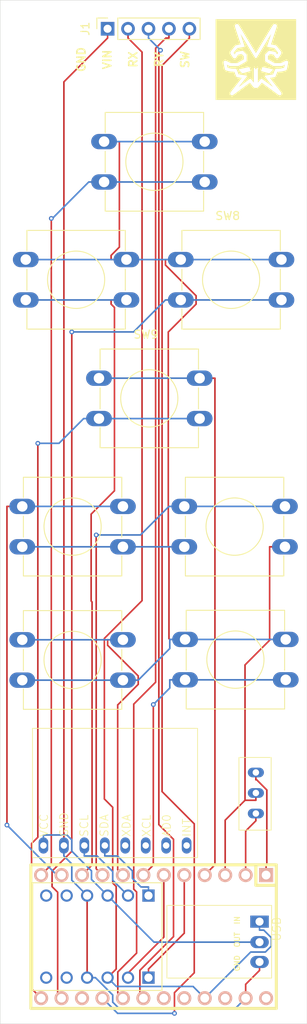
<source format=kicad_pcb>
(kicad_pcb (version 20240108) (generator "pcbnew") (generator_version "8.0")
  (layers (0 "F.Cu" signal) (31 "B.Cu" signal) (34 "B.Paste" user) (35 "F.Paste" user) (36 "B.SilkS" user "B.Silkscreen") (37 "F.SilkS" user "F.Silkscreen") (38 "B.Mask" user) (39 "F.Mask" user) (44 "Edge.Cuts" user))
  (net 0 "")
  (net 1 "Net-(MPU1-SDA)")
  (net 2 "Net-(MPU1-VCC)")
  (net 4 "Net-(J1-Pin_1)")
  (net 8 "Net-(MPU1-SCL)")
  (net 9 "Net-(J1-Pin_2)")
  (net 10 "Net-(U1-D7)")
  (net 11 "Net-(U1-D4)")
  (net 12 "Net-(U1-B5)")
  (net 14 "Net-(J1-Pin_4)")
  (net 15 "Net-(J1-Pin_5)")
  (net 16 "Net-(J1-Pin_3)")
  (net 17 "Net-(U1-SCL)")
  (net 18 "Net-(U1-E6)")
  (net 20 "Net-(U1-B2)")
  (net 24 "Net-(SW5-C)")
  (net 25 "Net-(U1-SDA)")
  (net 26 "Net-(SW5-A)")
  (net 27 "Net-(U1-B4)")
  (net 32 "Net-(U1-C6)")
  (net 33 "Net-(SW5-B)")
  (net 34 "Net-(U1-B6)")
  (net 35 "Net-(SW9-Pad1)")
  (footprint "Library:MPU6050 Accelerometer" (layer "F.Cu") (at 194.31 121.285 90)
    (property "Reference" "MPU1" (hide yes))
    (property "Value" "~" (hide yes))
    (fp_text user "XCL" (at -5.5 2.25 90) (layer "F.SilkS") (effects (font (thickness 0.1)) (justify left bottom)))
    (fp_text user "GND" (at -5.5 -8 90) (layer "F.SilkS") (effects (font (thickness 0.1)) (justify left bottom)))
    (fp_text user "XDA" (at -5.5 -0.25 90) (layer "F.SilkS") (effects (font (thickness 0.1)) (justify left bottom)))
    (fp_text user "AD0" (at -5.5 4.75 90) (layer "F.SilkS") (effects (font (thickness 0.1)) (justify left bottom)))
    (fp_text user "VCC" (at -5.5 -10.5 90) (layer "F.SilkS") (effects (font (thickness 0.1)) (justify left bottom)))
    (fp_text user "SCL" (at -5.5 -5.5 90) (layer "F.SilkS") (effects (font (thickness 0.1)) (justify left bottom)))
    (fp_text user "INT" (at -5.5 7.25 90) (layer "F.SilkS") (effects (font (thickness 0.1)) (justify left bottom)))
    (fp_text user "SDA" (at -5.5 -3 90) (layer "F.SilkS") (effects (font (thickness 0.1)) (justify left bottom)))
    (pad "1" thru_hole oval (at -6.5 -11.14) (size 1.2 2) (drill 0.8) (layers "*.Cu" "*.Mask") (net 2 "Net-(MPU1-VCC)"))
    (pad "2" thru_hole oval (at -6.5 -8.6) (size 1.2 2) (drill 0.8) (layers "*.Cu" "*.Mask") (net 4 "Net-(J1-Pin_1)"))
    (pad "3" thru_hole oval (at -6.5 -6.06) (size 1.2 2) (drill 0.8) (layers "*.Cu" "*.Mask") (net 8 "Net-(MPU1-SCL)"))
    (pad "4" thru_hole oval (at -6.5 -3.52) (size 1.2 2) (drill 0.8) (layers "*.Cu" "*.Mask") (net 1 "Net-(MPU1-SDA)"))
    (pad "5" thru_hole oval (at -6.5 -0.98) (size 1.2 2) (drill 0.8) (layers "*.Cu" "*.Mask"))
    (pad "6" thru_hole oval (at -6.5 1.56) (size 1.2 2) (drill 0.8) (layers "*.Cu" "*.Mask"))
    (pad "7" thru_hole oval (at -6.5 4.1) (size 1.2 2) (drill 0.8) (layers "*.Cu" "*.Mask"))
    (pad "8" thru_hole oval (at -6.5 6.64) (size 1.2 2) (drill 0.8) (layers "*.Cu" "*.Mask"))
  )
  (footprint "Button_Switch_THT:SW_PUSH-12mm" (layer "F.Cu") (at 200.225 55.245)
    (property "Reference" "SW8" (at 5.83 -5.41 0) (layer "F.SilkS"))
    (property "Value" "SW_Omron_B3FS")
    (pad "1" thru_hole oval (at 0 0) (size 3.2 1.9) (drill 1.3) (layers "*.Cu" "*.Mask") (net 33 "Net-(SW5-B)"))
    (pad "1" thru_hole oval (at 12.5 0) (size 3.2 1.9) (drill 1.3) (layers "*.Cu" "*.Mask") (net 33 "Net-(SW5-B)"))
    (pad "2" thru_hole oval (at 0 5) (size 3.2 1.9) (drill 1.3) (layers "*.Cu" "*.Mask") (net 20 "Net-(U1-B2)"))
    (pad "2" thru_hole oval (at 12.5 5) (size 3.2 1.9) (drill 1.3) (layers "*.Cu" "*.Mask") (net 20 "Net-(U1-B2)"))
  )
  (footprint "Library:SS12D00G SPDT Micro Switch" (layer "F.Cu") (at 209.55 121.285 -90)
    (property "Reference" "SW5" (hide yes))
    (property "Value" "SW_SPDT" (hide yes))
    (pad "1" thru_hole oval (at -2.54 0 270) (size 1.2 2) (drill 0.8) (layers "*.Cu" "*.Mask") (net 26 "Net-(SW5-A)"))
    (pad "2" thru_hole oval (at 0 0 270) (size 1.2 2) (drill 0.8) (layers "*.Cu" "*.Mask") (net 33 "Net-(SW5-B)"))
    (pad "3" thru_hole oval (at 2.54 0 270) (size 1.2 2) (drill 0.8) (layers "*.Cu" "*.Mask") (net 24 "Net-(SW5-C)"))
  )
  (footprint "Button_Switch_THT:SW_PUSH-12mm" (layer "F.Cu") (at 193.475 60.245 180)
    (property "Reference" "SW6" (hide yes))
    (property "Value" "SW_Omron_B3FS")
    (pad "1" thru_hole oval (at 0 0 180) (size 3.2 1.9) (drill 1.3) (layers "*.Cu" "*.Mask") (net 18 "Net-(U1-E6)"))
    (pad "1" thru_hole oval (at 12.5 0 180) (size 3.2 1.9) (drill 1.3) (layers "*.Cu" "*.Mask") (net 18 "Net-(U1-E6)"))
    (pad "2" thru_hole oval (at 0 5 180) (size 3.2 1.9) (drill 1.3) (layers "*.Cu" "*.Mask") (net 33 "Net-(SW5-B)"))
    (pad "2" thru_hole oval (at 12.5 5 180) (size 3.2 1.9) (drill 1.3) (layers "*.Cu" "*.Mask") (net 33 "Net-(SW5-B)"))
  )
  (footprint "Library:SmallInvertVCR" (layer "F.Cu") (at 209.55 30.48)
    (property "Reference" "G***" (hide yes))
    (property "Value" "LOGO" (hide yes))
  )
  (footprint "ProMicroFootprint:ARDUINO_PRO_MICRO" (layer "F.Cu") (at 196.85 139.065 180)
    (property "Reference" "U1" (hide yes))
    (property "Value" "ProMicro" (hide yes))
    (pad "1" thru_hole rect (at -13.97 7.62 180) (size 1.7526 1.7526) (drill 1.0922) (layers "*.Cu" "*.SilkS" "*.Mask") (net 26 "Net-(SW5-A)"))
    (pad "2" thru_hole circle (at -11.43 7.62 180) (size 1.7526 1.7526) (drill 1.0922) (layers "*.Cu" "*.SilkS" "*.Mask") (net 24 "Net-(SW5-C)"))
    (pad "3" thru_hole circle (at -8.89 7.62 180) (size 1.7526 1.7526) (drill 1.0922) (layers "*.Cu" "*.SilkS" "*.Mask") (net 33 "Net-(SW5-B)"))
    (pad "4" thru_hole circle (at -6.35 7.62 180) (size 1.7526 1.7526) (drill 1.0922) (layers "*.Cu" "*.SilkS" "*.Mask") (net 35 "Net-(SW9-Pad1)"))
    (pad "5" thru_hole circle (at -3.81 7.62 180) (size 1.7526 1.7526) (drill 1.0922) (layers "*.Cu" "*.SilkS" "*.Mask") (net 25 "Net-(U1-SDA)"))
    (pad "6" thru_hole circle (at -1.27 7.62 180) (size 1.7526 1.7526) (drill 1.0922) (layers "*.Cu" "*.SilkS" "*.Mask") (net 17 "Net-(U1-SCL)"))
    (pad "7" thru_hole circle (at 1.27 7.62 180) (size 1.7526 1.7526) (drill 1.0922) (layers "*.Cu" "*.SilkS" "*.Mask") (net 11 "Net-(U1-D4)"))
    (pad "8" thru_hole circle (at 3.81 7.62 180) (size 1.7526 1.7526) (drill 1.0922) (layers "*.Cu" "*.SilkS" "*.Mask") (net 32 "Net-(U1-C6)"))
    (pad "9" thru_hole circle (at 6.35 7.62 180) (size 1.7526 1.7526) (drill 1.0922) (layers "*.Cu" "*.SilkS" "*.Mask") (net 10 "Net-(U1-D7)"))
    (pad "10" thru_hole circle (at 8.89 7.62 180) (size 1.7526 1.7526) (drill 1.0922) (layers "*.Cu" "*.SilkS" "*.Mask") (net 18 "Net-(U1-E6)"))
    (pad "11" thru_hole circle (at 11.43 7.62 180) (size 1.7526 1.7526) (drill 1.0922) (layers "*.Cu" "*.SilkS" "*.Mask") (net 27 "Net-(U1-B4)"))
    (pad "12" thru_hole circle (at 13.97 7.62 180) (size 1.7526 1.7526) (drill 1.0922) (layers "*.Cu" "*.SilkS" "*.Mask") (net 12 "Net-(U1-B5)"))
    (pad "13" thru_hole circle (at 13.97 -7.62 180) (size 1.7526 1.7526) (drill 1.0922) (layers "*.Cu" "*.SilkS" "*.Mask") (net 34 "Net-(U1-B6)"))
    (pad "14" thru_hole circle (at 11.43 -7.62 180) (size 1.7526 1.7526) (drill 1.0922) (layers "*.Cu" "*.SilkS" "*.Mask") (net 20 "Net-(U1-B2)"))
    (pad "15" thru_hole circle (at 8.89 -7.62 180) (size 1.7526 1.7526) (drill 1.0922) (layers "*.Cu" "*.SilkS" "*.Mask"))
    (pad "16" thru_hole circle (at 6.35 -7.62 180) (size 1.7526 1.7526) (drill 1.0922) (layers "*.Cu" "*.SilkS" "*.Mask") (net 15 "Net-(J1-Pin_5)"))
    (pad "17" thru_hole circle (at 3.81 -7.62 180) (size 1.7526 1.7526) (drill 1.0922) (layers "*.Cu" "*.SilkS" "*.Mask") (net 14 "Net-(J1-Pin_4)"))
    (pad "18" thru_hole circle (at 1.27 -7.62 180) (size 1.7526 1.7526) (drill 1.0922) (layers "*.Cu" "*.SilkS" "*.Mask") (net 16 "Net-(J1-Pin_3)"))
    (pad "19" thru_hole circle (at -1.27 -7.62 180) (size 1.7526 1.7526) (drill 1.0922) (layers "*.Cu" "*.SilkS" "*.Mask"))
    (pad "20" thru_hole circle (at -3.81 -7.62 180) (size 1.7526 1.7526) (drill 1.0922) (layers "*.Cu" "*.SilkS" "*.Mask"))
    (pad "21" thru_hole circle (at -6.35 -7.62 180) (size 1.7526 1.7526) (drill 1.0922) (layers "*.Cu" "*.SilkS" "*.Mask") (net 9 "Net-(J1-Pin_2)"))
    (pad "22" thru_hole circle (at -8.89 -7.62 180) (size 1.7526 1.7526) (drill 1.0922) (layers "*.Cu" "*.SilkS" "*.Mask"))
    (pad "23" thru_hole circle (at -11.43 -7.62 180) (size 1.7526 1.7526) (drill 1.0922) (layers "*.Cu" "*.SilkS" "*.Mask") (net 4 "Net-(J1-Pin_1)"))
    (pad "24" thru_hole circle (at -13.97 -7.62 180) (size 1.7526 1.7526) (drill 1.0922) (layers "*.Cu" "*.SilkS" "*.Mask"))
  )
  (footprint "Button_Switch_THT:SW_PUSH-12mm" (layer "F.Cu") (at 190.065 69.93)
    (property "Reference" "SW9" (at 5.83 -5.41 0) (layer "F.SilkS"))
    (property "Value" "SW_Omron_B3FS")
    (pad "1" thru_hole oval (at 0 0) (size 3.2 1.9) (drill 1.3) (layers "*.Cu" "*.Mask") (net 35 "Net-(SW9-Pad1)"))
    (pad "1" thru_hole oval (at 12.5 0) (size 3.2 1.9) (drill 1.3) (layers "*.Cu" "*.Mask") (net 35 "Net-(SW9-Pad1)"))
    (pad "2" thru_hole oval (at 0 5) (size 3.2 1.9) (drill 1.3) (layers "*.Cu" "*.Mask") (net 34 "Net-(U1-B6)"))
    (pad "2" thru_hole oval (at 12.5 5) (size 3.2 1.9) (drill 1.3) (layers "*.Cu" "*.Mask") (net 34 "Net-(U1-B6)"))
  )
  (footprint "Button_Switch_THT:SW_PUSH-12mm" (layer "F.Cu") (at 180.54 85.805)
    (property "Reference" "SW7" (hide yes))
    (property "Value" "SW_Omron_B3FS")
    (pad "1" thru_hole oval (at 0 0) (size 3.2 1.9) (drill 1.3) (layers "*.Cu" "*.Mask") (net 27 "Net-(U1-B4)"))
    (pad "1" thru_hole oval (at 12.5 0) (size 3.2 1.9) (drill 1.3) (layers "*.Cu" "*.Mask") (net 27 "Net-(U1-B4)"))
    (pad "2" thru_hole oval (at 0 5) (size 3.2 1.9) (drill 1.3) (layers "*.Cu" "*.Mask") (net 33 "Net-(SW5-B)"))
    (pad "2" thru_hole oval (at 12.5 5) (size 3.2 1.9) (drill 1.3) (layers "*.Cu" "*.Mask") (net 33 "Net-(SW5-B)"))
  )
  (footprint "Connector_PinSocket_2.54mm:PinSocket_1x05_P2.54mm_Vertical" (layer "F.Cu") (at 191.135 26.67 90)
    (property "Reference" "J1" (at 0 -2.77 90) (layer "F.SilkS"))
    (property "Value" "Conn_01x05_Socket" (hide yes))
    (pad "1" thru_hole rect (at 0 0 90) (size 1.7 1.7) (drill 1) (layers "*.Cu" "*.Mask") (net 4 "Net-(J1-Pin_1)"))
    (pad "2" thru_hole oval (at 0 2.54 90) (size 1.7 1.7) (drill 1) (layers "*.Cu" "*.Mask") (net 9 "Net-(J1-Pin_2)"))
    (pad "3" thru_hole oval (at 0 5.08 90) (size 1.7 1.7) (drill 1) (layers "*.Cu" "*.Mask") (net 16 "Net-(J1-Pin_3)"))
    (pad "4" thru_hole oval (at 0 7.62 90) (size 1.7 1.7) (drill 1) (layers "*.Cu" "*.Mask") (net 14 "Net-(J1-Pin_4)"))
    (pad "5" thru_hole oval (at 0 10.16 90) (size 1.7 1.7) (drill 1) (layers "*.Cu" "*.Mask") (net 15 "Net-(J1-Pin_5)"))
  )
  (footprint "Button_Switch_THT:SW_PUSH-12mm" (layer "F.Cu") (at 200.66 85.805)
    (property "Reference" "SW1" (hide yes))
    (property "Value" "SW_Omron_B3FS")
    (pad "1" thru_hole oval (at 0 0) (size 3.2 1.9) (drill 1.3) (layers "*.Cu" "*.Mask") (net 10 "Net-(U1-D7)"))
    (pad "1" thru_hole oval (at 12.5 0) (size 3.2 1.9) (drill 1.3) (layers "*.Cu" "*.Mask") (net 10 "Net-(U1-D7)"))
    (pad "2" thru_hole oval (at 0 5) (size 3.2 1.9) (drill 1.3) (layers "*.Cu" "*.Mask") (net 33 "Net-(SW5-B)"))
    (pad "2" thru_hole oval (at 12.5 5) (size 3.2 1.9) (drill 1.3) (layers "*.Cu" "*.Mask") (net 33 "Net-(SW5-B)"))
  )
  (footprint "Logic Converter:CONV_BOB-12009" (layer "F.Cu") (at 189.865 139.065 -90)
    (property "Reference" "U3" (hide yes))
    (property "Value" "BOB-12009" (hide yes))
    (pad "GND_1" thru_hole circle (at 5.08 1.27 270) (size 1.524 1.524) (drill 1.016) (layers "*.Cu" "*.Mask") (net 4 "Net-(J1-Pin_1)"))
    (pad "GND_2" thru_hole circle (at -5.08 1.27 270) (size 1.524 1.524) (drill 1.016) (layers "*.Cu" "*.Mask") (net 4 "Net-(J1-Pin_1)"))
    (pad "HV" thru_hole circle (at 5.08 -1.27 270) (size 1.524 1.524) (drill 1.016) (layers "*.Cu" "*.Mask") (net 9 "Net-(J1-Pin_2)"))
    (pad "HV1" thru_hole rect (at 5.08 -6.35 270) (size 1.524 1.524) (drill 1.016) (layers "*.Cu" "*.Mask") (net 25 "Net-(U1-SDA)"))
    (pad "HV2" thru_hole circle (at 5.08 -3.81 270) (size 1.524 1.524) (drill 1.016) (layers "*.Cu" "*.Mask") (net 17 "Net-(U1-SCL)"))
    (pad "HV3" thru_hole circle (at 5.08 3.81 270) (size 1.524 1.524) (drill 1.016) (layers "*.Cu" "*.Mask"))
    (pad "HV4" thru_hole circle (at 5.08 6.35 270) (size 1.524 1.524) (drill 1.016) (layers "*.Cu" "*.Mask"))
    (pad "LV" thru_hole circle (at -5.08 -1.27 270) (size 1.524 1.524) (drill 1.016) (layers "*.Cu" "*.Mask") (net 2 "Net-(MPU1-VCC)"))
    (pad "LV1" thru_hole rect (at -5.08 -6.35 270) (size 1.524 1.524) (drill 1.016) (layers "*.Cu" "*.Mask") (net 1 "Net-(MPU1-SDA)"))
    (pad "LV2" thru_hole circle (at -5.08 -3.81 270) (size 1.524 1.524) (drill 1.016) (layers "*.Cu" "*.Mask") (net 8 "Net-(MPU1-SCL)"))
    (pad "LV3" thru_hole circle (at -5.08 3.81 270) (size 1.524 1.524) (drill 1.016) (layers "*.Cu" "*.Mask"))
    (pad "LV4" thru_hole circle (at -5.08 6.35 270) (size 1.524 1.524) (drill 1.016) (layers "*.Cu" "*.Mask"))
  )
  (footprint "Button_Switch_THT:SW_PUSH-12mm" (layer "F.Cu") (at 213.26 107.275 180)
    (property "Reference" "SW2" (hide yes))
    (property "Value" "SW_Omron_B3FS")
    (pad "1" thru_hole oval (at 0 0 180) (size 3.2 1.9) (drill 1.3) (layers "*.Cu" "*.Mask") (net 11 "Net-(U1-D4)"))
    (pad "1" thru_hole oval (at 12.5 0 180) (size 3.2 1.9) (drill 1.3) (layers "*.Cu" "*.Mask") (net 11 "Net-(U1-D4)"))
    (pad "2" thru_hole oval (at 0 5 180) (size 3.2 1.9) (drill 1.3) (layers "*.Cu" "*.Mask") (net 33 "Net-(SW5-B)"))
    (pad "2" thru_hole oval (at 12.5 5 180) (size 3.2 1.9) (drill 1.3) (layers "*.Cu" "*.Mask") (net 33 "Net-(SW5-B)"))
  )
  (footprint "Button_Switch_THT:SW_PUSH-12mm" (layer "F.Cu") (at 203.2 45.64 180)
    (property "Reference" "SW3" (hide yes))
    (property "Value" "SW_Omron_B3FS")
    (pad "1" thru_hole oval (at 0 0 180) (size 3.2 1.9) (drill 1.3) (layers "*.Cu" "*.Mask") (net 12 "Net-(U1-B5)"))
    (pad "1" thru_hole oval (at 12.5 0 180) (size 3.2 1.9) (drill 1.3) (layers "*.Cu" "*.Mask") (net 12 "Net-(U1-B5)"))
    (pad "2" thru_hole oval (at 0 5 180) (size 3.2 1.9) (drill 1.3) (layers "*.Cu" "*.Mask") (net 33 "Net-(SW5-B)"))
    (pad "2" thru_hole oval (at 12.5 5 180) (size 3.2 1.9) (drill 1.3) (layers "*.Cu" "*.Mask") (net 33 "Net-(SW5-B)"))
  )
  (footprint "Library:3.3v InOutGnd Voltage Regulator" (layer "F.Cu") (at 211.505 139.7 90)
    (property "Reference" "U2" (hide yes))
    (property "Value" "~")
    (fp_text user "GND  OUT  IN" (at -0.25 -3.9 90) (layer "F.SilkS") (effects (font (size 0.65 0.65) (thickness 0.125) (bold yes)) (justify bottom)))
    (pad "1" thru_hole rect (at 2.49 -1.5 90) (size 1.5 2.3) (drill 1) (layers "*.Cu" "*.Mask") (net 9 "Net-(J1-Pin_2)"))
    (pad "2" thru_hole oval (at -0.05 -1.5 90) (size 1.5 2.3) (drill 1) (layers "*.Cu" "*.Mask") (net 2 "Net-(MPU1-VCC)"))
    (pad "3" thru_hole oval (at -2.5 -1.5 90) (size 1.5 2.3) (drill 1) (layers "*.Cu" "*.Mask") (net 4 "Net-(J1-Pin_1)"))
  )
  (footprint "Button_Switch_THT:SW_PUSH-12mm" (layer "F.Cu") (at 180.54 102.315)
    (property "Reference" "SW4" (hide yes))
    (property "Value" "SW_Omron_B3FS")
    (pad "1" thru_hole oval (at 0 0) (size 3.2 1.9) (drill 1.3) (layers "*.Cu" "*.Mask") (net 32 "Net-(U1-C6)"))
    (pad "1" thru_hole oval (at 12.5 0) (size 3.2 1.9) (drill 1.3) (layers "*.Cu" "*.Mask") (net 32 "Net-(U1-C6)"))
    (pad "2" thru_hole oval (at 0 5) (size 3.2 1.9) (drill 1.3) (layers "*.Cu" "*.Mask") (net 33 "Net-(SW5-B)"))
    (pad "2" thru_hole oval (at 12.5 5) (size 3.2 1.9) (drill 1.3) (layers "*.Cu" "*.Mask") (net 33 "Net-(SW5-B)"))
  )
  (gr_rect (start 177.8 23.135) (end 215.9 149.86) (stroke (width 0.05)) (fill none) (layer "Edge.Cuts"))
  (gr_text "GND\n\nVIN\n\nRX\n\nRY\n\nSW" (at 194.31 30.48 90) (layer "F.SilkS") (effects (font (size 1 1) (thickness 0.2) (bold yes))))
  (gr_text "USB" (at 212.725 139.7 90) (layer "F.SilkS") (effects (font (size 1 1) (thickness 0.1)) (justify left bottom)))
  (segment (start 194.218 130.9361) (end 192.3686 129.0867) (width 0.2) (layer "B.Cu") (net 1))
  (segment (start 194.218 131.8565) (end 194.218 130.9361) (width 0.2) (layer "B.Cu") (net 1))
  (segment (start 196.215 132.9213) (end 195.2828 132.9213) (width 0.2) (layer "B.Cu") (net 1))
  (segment (start 195.2828 132.9213) (end 194.218 131.8565) (width 0.2) (layer "B.Cu") (net 1))
  (segment (start 196.215 133.985) (end 196.215 132.9213) (width 0.2) (layer "B.Cu") (net 1))
  (segment (start 190.79 127.785) (end 190.79 129.0867) (width 0.2) (layer "B.Cu") (net 1))
  (segment (start 192.3686 129.0867) (end 190.79 129.0867) (width 0.2) (layer "B.Cu") (net 1))
  (segment (start 186.6898 128.4847) (end 186.6898 127.0867) (width 0.2) (layer "B.Cu") (net 2))
  (segment (start 189.138 130.9329) (end 186.6898 128.4847) (width 0.2) (layer "B.Cu") (net 2))
  (segment (start 196.9 139.75) (end 191.135 133.985) (width 0.2) (layer "B.Cu") (net 2))
  (segment (start 210.005 139.75) (end 196.9 139.75) (width 0.2) (layer "B.Cu") (net 2))
  (segment (start 191.135 133.985) (end 189.138 131.988) (width 0.2) (layer "B.Cu") (net 2))
  (segment (start 186.6898 127.0867) (end 186.0864 126.4833) (width 0.2) (layer "B.Cu") (net 2))
  (segment (start 189.138 131.988) (end 189.138 130.9329) (width 0.2) (layer "B.Cu") (net 2))
  (segment (start 186.0864 126.4833) (end 183.17 126.4833) (width 0.2) (layer "B.Cu") (net 2))
  (segment (start 183.17 127.785) (end 183.17 126.4833) (width 0.2) (layer "B.Cu") (net 2))
  (segment (start 210.005 143.2517) (end 208.28 144.9767) (width 0.2) (layer "F.Cu") (net 4))
  (segment (start 185.71 33.2467) (end 185.71 127.785) (width 0.2) (layer "F.Cu") (net 4))
  (segment (start 191.135 26.67) (end 191.135 27.8217) (width 0.2) (layer "F.Cu") (net 4))
  (segment (start 188.595 133.985) (end 188.595 144.145) (width 0.2) (layer "F.Cu") (net 4))
  (segment (start 208.28 144.9767) (end 208.28 146.685) (width 0.2) (layer "F.Cu") (net 4))
  (segment (start 191.135 27.8217) (end 185.71 33.2467) (width 0.2) (layer "F.Cu") (net 4))
  (segment (start 210.005 142.2) (end 210.005 143.2517) (width 0.2) (layer "F.Cu") (net 4))
  (segment (start 186.69 130.0667) (end 185.71 129.0867) (width 0.2) (layer "B.Cu") (net 4))
  (segment (start 207.0667 147.8983) (end 208.28 146.685) (width 0.2) (layer "B.Cu") (net 4))
  (segment (start 188.595 144.145) (end 189.6267 144.145) (width 0.2) (layer "B.Cu") (net 4))
  (segment (start 185.71 127.785) (end 185.71 129.0867) (width 0.2) (layer "B.Cu") (net 4))
  (segment (start 188.595 133.985) (end 186.69 132.08) (width 0.2) (layer "B.Cu") (net 4))
  (segment (start 186.69 132.08) (end 186.69 130.0667) (width 0.2) (layer "B.Cu") (net 4))
  (segment (start 191.77 146.2883) (end 191.77 147.1732) (width 0.2) (layer "B.Cu") (net 4))
  (segment (start 191.77 147.1732) (end 192.4951 147.8983) (width 0.2) (layer "B.Cu") (net 4))
  (segment (start 192.4951 147.8983) (end 207.0667 147.8983) (width 0.2) (layer "B.Cu") (net 4))
  (segment (start 189.6267 144.145) (end 191.77 146.2883) (width 0.2) (layer "B.Cu") (net 4))
  (segment (start 193.675 133.985) (end 191.77 132.08) (width 0.2) (layer "B.Cu") (net 8))
  (segment (start 191.77 131.0111) (end 189.8456 129.0867) (width 0.2) (layer "B.Cu") (net 8))
  (segment (start 189.8456 129.0867) (end 188.25 129.0867) (width 0.2) (layer "B.Cu") (net 8))
  (segment (start 188.25 127.785) (end 188.25 129.0867) (width 0.2) (layer "B.Cu") (net 8))
  (segment (start 191.77 132.08) (end 191.77 131.0111) (width 0.2) (layer "B.Cu") (net 8))
  (segment (start 191.77 132.4294) (end 192.2017 132.8611) (width 0.2) (layer "F.Cu") (net 9))
  (segment (start 192.2017 132.8611) (end 192.2017 143.0762) (width 0.2) (layer "F.Cu") (net 9))
  (segment (start 191.77 123.0567) (end 191.77 132.4294) (width 0.2) (layer "F.Cu") (net 9))
  (segment (start 191.135 144.1429) (end 191.135 144.145) (width 0.2) (layer "F.Cu") (net 9))
  (segment (start 190.7366 122.0233) (end 191.77 123.0567) (width 0.2) (layer "F.Cu") (net 9))
  (segment (start 193.675 26.67) (end 193.675 27.8217) (width 0.2) (layer "F.Cu") (net 9))
  (segment (start 195.4144 97.4708) (end 190.7366 102.1486) (width 0.2) (layer "F.Cu") (net 9))
  (segment (start 195.4144 29.5611) (end 195.4144 97.4708) (width 0.2) (layer "F.Cu") (net 9))
  (segment (start 193.675 27.8217) (end 195.4144 29.5611) (width 0.2) (layer "F.Cu") (net 9))
  (segment (start 190.7366 102.1486) (end 190.7366 122.0233) (width 0.2) (layer "F.Cu") (net 9))
  (segment (start 192.2017 143.0762) (end 191.135 144.1429) (width 0.2) (layer "F.Cu") (net 9))
  (segment (start 192.2275 145.2375) (end 201.7525 145.2375) (width 0.2) (layer "B.Cu") (net 9))
  (segment (start 201.7525 145.2375) (end 203.2 146.685) (width 0.2) (layer "B.Cu") (net 9))
  (segment (start 191.135 144.145) (end 192.2275 145.2375) (width 0.2) (layer "B.Cu") (net 9))
  (segment (start 210.5308 138.2617) (end 211.4716 139.2025) (width 0.2) (layer "B.Cu") (net 9))
  (segment (start 210.005 138.2617) (end 210.5308 138.2617) (width 0.2) (layer "B.Cu") (net 9))
  (segment (start 211.4716 140.2389) (end 210.7355 140.975) (width 0.2) (layer "B.Cu") (net 9))
  (segment (start 208.91 140.975) (end 203.2 146.685) (width 0.2) (layer "B.Cu") (net 9))
  (segment (start 210.005 137.21) (end 210.005 138.2617) (width 0.2) (layer "B.Cu") (net 9))
  (segment (start 211.4716 139.2025) (end 211.4716 140.2389) (width 0.2) (layer "B.Cu") (net 9))
  (segment (start 210.7355 140.975) (end 208.91 140.975) (width 0.2) (layer "B.Cu") (net 9))
  (segment (start 189.7217 130.6667) (end 189.7217 89.3386) (width 0.2) (layer "F.Cu") (net 10))
  (segment (start 190.5 131.445) (end 189.7217 130.6667) (width 0.2) (layer "F.Cu") (net 10))
  (via (at 189.7217 89.3386) (size 0.6) (drill 0.3) (layers "F.Cu" "B.Cu") (net 10))
  (segment (start 198.7583 85.805) (end 195.2247 89.3386) (width 0.2) (layer "B.Cu") (net 10))
  (segment (start 213.16 85.805) (end 200.66 85.805) (width 0.2) (layer "B.Cu") (net 10))
  (segment (start 195.2247 89.3386) (end 189.7217 89.3386) (width 0.2) (layer "B.Cu") (net 10))
  (segment (start 200.66 85.805) (end 198.7583 85.805) (width 0.2) (layer "B.Cu") (net 10))
  (segment (start 195.58 131.445) (end 196.8168 130.2082) (width 0.2) (layer "F.Cu") (net 11))
  (segment (start 196.8168 130.2082) (end 196.8168 110.3371) (width 0.2) (layer "F.Cu") (net 11))
  (via (at 196.8168 110.3371) (size 0.6) (drill 0.3) (layers "F.Cu" "B.Cu") (net 11))
  (segment (start 198.8583 107.275) (end 198.8583 108.2956) (width 0.2) (layer "B.Cu") (net 11))
  (segment (start 213.26 107.275) (end 200.76 107.275) (width 0.2) (layer "B.Cu") (net 11))
  (segment (start 198.8583 108.2956) (end 196.8168 110.3371) (width 0.2) (layer "B.Cu") (net 11))
  (segment (start 200.76 107.275) (end 198.8583 107.275) (width 0.2) (layer "B.Cu") (net 11))
  (segment (start 184.1475 130.1775) (end 184.1475 50.151) (width 0.2) (layer "F.Cu") (net 12))
  (segment (start 182.88 131.445) (end 184.1475 130.1775) (width 0.2) (layer "F.Cu") (net 12))
  (via (at 184.1475 50.151) (size 0.6) (drill 0.3) (layers "F.Cu" "B.Cu") (net 12))
  (segment (start 188.7983 45.64) (end 184.2873 50.151) (width 0.2) (layer "B.Cu") (net 12))
  (segment (start 184.2873 50.151) (end 184.1475 50.151) (width 0.2) (layer "B.Cu") (net 12))
  (segment (start 190.7 45.64) (end 188.7983 45.64) (width 0.2) (layer "B.Cu") (net 12))
  (segment (start 190.7 45.64) (end 203.2 45.64) (width 0.2) (layer "B.Cu") (net 12))
  (segment (start 198.3653 27.8217) (end 197.1 29.087) (width 0.2) (layer "F.Cu") (net 14))
  (segment (start 197.1 107.5701) (end 194.3824 110.2877) (width 0.2) (layer "F.Cu") (net 14))
  (segment (start 192.405 146.05) (end 193.04 146.685) (width 0.2) (layer "F.Cu") (net 14))
  (segment (start 194.3824 133.188) (end 194.7387 133.5443) (width 0.2) (layer "F.Cu") (net 14))
  (segment (start 194.7387 133.5443) (end 194.7387 141.1072) (width 0.2) (layer "F.Cu") (net 14))
  (segment (start 194.3824 110.2877) (end 194.3824 133.188) (width 0.2) (layer "F.Cu") (net 14))
  (segment (start 198.755 27.8217) (end 198.3653 27.8217) (width 0.2) (layer "F.Cu") (net 14))
  (segment (start 194.7387 141.1072) (end 192.405 143.4409) (width 0.2) (layer "F.Cu") (net 14))
  (segment (start 198.755 26.67) (end 198.755 27.8217) (width 0.2) (layer "F.Cu") (net 14))
  (segment (start 197.1 29.087) (end 197.1 107.5701) (width 0.2) (layer "F.Cu") (net 14))
  (segment (start 192.405 143.4409) (end 192.405 146.05) (width 0.2) (layer "F.Cu") (net 14))
  (segment (start 201.295 26.67) (end 201.295 27.8217) (width 0.2) (layer "F.Cu") (net 15))
  (segment (start 201.9 143.5435) (end 199.4408 146.0027) (width 0.2) (layer "F.Cu") (net 15))
  (segment (start 201.9 125.1077) (end 201.9 143.5435) (width 0.2) (layer "F.Cu") (net 15))
  (segment (start 197.9034 121.1111) (end 201.9 125.1077) (width 0.2) (layer "F.Cu") (net 15))
  (segment (start 197.9034 31.2133) (end 197.9034 121.1111) (width 0.2) (layer "F.Cu") (net 15))
  (segment (start 201.295 27.8217) (end 197.9034 31.2133) (width 0.2) (layer "F.Cu") (net 15))
  (segment (start 199.4408 146.0027) (end 199.4408 148.5684) (width 0.2) (layer "F.Cu") (net 15))
  (via (at 199.4408 148.5684) (size 0.6) (drill 0.3) (layers "F.Cu" "B.Cu") (net 15))
  (segment (start 192.3834 148.5684) (end 199.4408 148.5684) (width 0.2) (layer "B.Cu") (net 15))
  (segment (start 190.5 146.685) (end 192.3834 148.5684) (width 0.2) (layer "B.Cu") (net 15))
  (segment (start 197.5017 125.2015) (end 199.3235 127.0233) (width 0.2) (layer "F.Cu") (net 16))
  (segment (start 195.1483 143.2376) (end 195.1483 146.2533) (width 0.2) (layer "F.Cu") (net 16))
  (segment (start 199.3235 127.0233) (end 199.3235 139.0624) (width 0.2) (layer "F.Cu") (net 16))
  (segment (start 197.5017 29.5361) (end 197.5017 125.2015) (width 0.2) (layer "F.Cu") (net 16))
  (segment (start 199.3235 139.0624) (end 195.1483 143.2376) (width 0.2) (layer "F.Cu") (net 16))
  (segment (start 197.7026 29.3352) (end 197.5017 29.5361) (width 0.2) (layer "F.Cu") (net 16))
  (segment (start 195.1483 146.2533) (end 195.58 146.685) (width 0.2) (layer "F.Cu") (net 16))
  (via (at 197.7026 29.3352) (size 0.6) (drill 0.3) (layers "F.Cu" "B.Cu") (net 16))
  (segment (start 197.7026 29.3093) (end 197.7026 29.3352) (width 0.2) (layer "B.Cu") (net 16))
  (segment (start 196.215 26.67) (end 196.215 27.8217) (width 0.2) (layer "B.Cu") (net 16))
  (segment (start 196.215 27.8217) (end 197.7026 29.3093) (width 0.2) (layer "B.Cu") (net 16))
  (segment (start 198.12 139.132) (end 193.675 143.577) (width 0.2) (layer "F.Cu") (net 17))
  (segment (start 193.675 143.577) (end 193.675 144.145) (width 0.2) (layer "F.Cu") (net 17))
  (segment (start 198.12 131.445) (end 198.12 139.132) (width 0.2) (layer "F.Cu") (net 17))
  (segment (start 189.2075 97.6319) (end 189.2075 130.1975) (width 0.2) (layer "F.Cu") (net 18))
  (segment (start 191.5733 60.245) (end 191.5733 60.7635) (width 0.2) (layer "F.Cu") (net 18))
  (segment (start 189.2075 130.1975) (end 187.96 131.445) (width 0.2) (layer "F.Cu") (net 18))
  (segment (start 191.9893 61.1795) (end 191.9893 83.8671) (width 0.2) (layer "F.Cu") (net 18))
  (segment (start 191.9893 83.8671) (end 189.095 86.7614) (width 0.2) (layer "F.Cu") (net 18))
  (segment (start 189.095 86.7614) (end 189.095 97.5194) (width 0.2) (layer "F.Cu") (net 18))
  (segment (start 189.095 97.5194) (end 189.2075 97.6319) (width 0.2) (layer "F.Cu") (net 18))
  (segment (start 193.475 60.245) (end 191.5733 60.245) (width 0.2) (layer "F.Cu") (net 18))
  (segment (start 191.5733 60.7635) (end 191.9893 61.1795) (width 0.2) (layer "F.Cu") (net 18))
  (segment (start 180.975 60.245) (end 193.475 60.245) (width 0.2) (layer "B.Cu") (net 18))
  (segment (start 184.242 130.9571) (end 184.242 132.8788) (width 0.2) (layer "F.Cu") (net 20))
  (segment (start 184.9347 146.1997) (end 185.42 146.685) (width 0.2) (layer "F.Cu") (net 20))
  (segment (start 184.9347 133.5715) (end 184.9347 146.1997) (width 0.2) (layer "F.Cu") (net 20))
  (segment (start 184.242 132.8788) (end 184.9347 133.5715) (width 0.2) (layer "F.Cu") (net 20))
  (segment (start 186.69 64.2036) (end 186.69 128.5091) (width 0.2) (layer "F.Cu") (net 20))
  (segment (start 186.69 128.5091) (end 184.242 130.9571) (width 0.2) (layer "F.Cu") (net 20))
  (via (at 186.69 64.2036) (size 0.6) (drill 0.3) (layers "F.Cu" "B.Cu") (net 20))
  (segment (start 212.725 60.245) (end 200.225 60.245) (width 0.2) (layer "B.Cu") (net 20))
  (segment (start 198.3233 60.245) (end 194.3647 64.2036) (width 0.2) (layer "B.Cu") (net 20))
  (segment (start 194.3647 64.2036) (end 186.69 64.2036) (width 0.2) (layer "B.Cu") (net 20))
  (segment (start 200.225 60.245) (end 198.3233 60.245) (width 0.2) (layer "B.Cu") (net 20))
  (segment (start 208.28 131.445) (end 208.28 125.9967) (width 0.2) (layer "F.Cu") (net 24))
  (segment (start 209.55 123.825) (end 209.55 124.7267) (width 0.2) (layer "F.Cu") (net 24))
  (segment (start 208.28 125.9967) (end 209.55 124.7267) (width 0.2) (layer "F.Cu") (net 24))
  (segment (start 196.215 143.0813) (end 200.66 138.6363) (width 0.2) (layer "F.Cu") (net 25))
  (segment (start 196.215 144.145) (end 196.215 143.0813) (width 0.2) (layer "F.Cu") (net 25))
  (segment (start 200.66 138.6363) (end 200.66 131.445) (width 0.2) (layer "F.Cu") (net 25))
  (segment (start 210.9124 130.1746) (end 210.9124 120.9124) (width 0.2) (layer "F.Cu") (net 26))
  (segment (start 210.82 130.267) (end 210.9124 130.1746) (width 0.2) (layer "F.Cu") (net 26))
  (segment (start 209.6467 119.6467) (end 209.55 119.6467) (width 0.2) (layer "F.Cu") (net 26))
  (segment (start 210.82 131.445) (end 210.82 130.267) (width 0.2) (layer "F.Cu") (net 26))
  (segment (start 210.9124 120.9124) (end 209.6467 119.6467) (width 0.2) (layer "F.Cu") (net 26))
  (segment (start 209.55 118.745) (end 209.55 119.6467) (width 0.2) (layer "F.Cu") (net 26))
  (segment (start 178.6383 85.805) (end 178.6383 125.2509) (width 0.2) (layer "F.Cu") (net 27))
  (segment (start 180.54 85.805) (end 178.6383 85.805) (width 0.2) (layer "F.Cu") (net 27))
  (via (at 178.6383 125.2509) (size 0.6) (drill 0.3) (layers "F.Cu" "B.Cu") (net 27))
  (segment (start 180.54 85.805) (end 193.04 85.805) (width 0.2) (layer "B.Cu") (net 27))
  (segment (start 185.42 131.445) (end 184.8324 131.445) (width 0.2) (layer "B.Cu") (net 27))
  (segment (start 184.8324 131.445) (end 178.6383 125.2509) (width 0.2) (layer "B.Cu") (net 27))
  (segment (start 191.1384 102.9932) (end 191.1383 102.9932) (width 0.2) (layer "F.Cu") (net 32))
  (segment (start 192.3884 110.3868) (end 194.9417 107.8335) (width 0.2) (layer "F.Cu") (net 32))
  (segment (start 191.1383 102.9932) (end 191.1383 102.315) (width 0.2) (layer "F.Cu") (net 32))
  (segment (start 193.04 102.315) (end 191.1383 102.315) (width 0.2) (layer "F.Cu") (net 32))
  (segment (start 194.9417 106.7965) (end 191.1384 102.9932) (width 0.2) (layer "F.Cu") (net 32))
  (segment (start 193.04 131.445) (end 192.3884 130.7934) (width 0.2) (layer "F.Cu") (net 32))
  (segment (start 192.3884 130.7934) (end 192.3884 110.3868) (width 0.2) (layer "F.Cu") (net 32))
  (segment (start 194.9417 107.8335) (end 194.9417 106.7965) (width 0.2) (layer "F.Cu") (net 32))
  (segment (start 193.04 102.315) (end 180.54 102.315) (width 0.2) (layer "B.Cu") (net 32))
  (segment (start 192.6017 53.6981) (end 191.5733 54.7265) (width 0.2) (layer "F.Cu") (net 33))
  (segment (start 192.6017 40.64) (end 192.6017 53.6981) (width 0.2) (layer "F.Cu") (net 33))
  (segment (start 211.3583 102.275) (end 211.2583 102.175) (width 0.2) (layer "F.Cu") (net 33))
  (segment (start 200.225 55.245) (end 198.3233 55.245) (width 0.2) (layer "F.Cu") (net 33))
  (segment (start 213.16 90.805) (end 211.2583 90.805) (width 0.2) (layer "F.Cu") (net 33))
  (segment (start 200.76 102.275) (end 198.8583 102.275) (width 0.2) (layer "F.Cu") (net 33))
  (segment (start 198.7583 102.175) (end 198.7583 90.805) (width 0.2) (layer "F.Cu") (net 33))
  (segment (start 205.74 124.6502) (end 208.2035 122.1867) (width 0.2) (layer "F.Cu") (net 33))
  (segment (start 205.74 131.445) (end 205.74 124.6502) (width 0.2) (layer "F.Cu") (net 33))
  (segment (start 200.66 90.805) (end 198.8592 90.805) (width 0.2) (layer "F.Cu") (net 33))
  (segment (start 198.7598 90.805) (end 198.7583 90.805) (width 0.2) (layer "F.Cu") (net 33))
  (segment (start 208.2035 122.1867) (end 208.2035 105.4298) (width 0.2) (layer "F.Cu") (net 33))
  (segment (start 198.6761 64.2141) (end 202.1267 60.7635) (width 0.2) (layer "F.Cu") (net 33))
  (segment (start 198.3233 55.9231) (end 198.3233 55.245) (width 0.2) (layer "F.Cu") (net 33))
  (segment (start 213.26 102.275) (end 211.3583 102.275) (width 0.2) (layer "F.Cu") (net 33))
  (segment (start 202.1267 60.7635) (end 202.1267 59.7265) (width 0.2) (layer "F.Cu") (net 33))
  (segment (start 193.475 55.245) (end 191.5733 55.245) (width 0.2) (layer "F.Cu") (net 33))
  (segment (start 209.55 121.285) (end 209.55 122.1867) (width 0.2) (layer "F.Cu") (net 33))
  (segment (start 208.2035 105.4298) (end 211.3583 102.275) (width 0.2) (layer "F.Cu") (net 33))
  (segment (start 202.1267 59.7265) (end 198.3233 55.9231) (width 0.2) (layer "F.Cu") (net 33))
  (segment (start 190.7 40.64) (end 192.6017 40.64) (width 0.2) (layer "F.Cu") (net 33))
  (segment (start 198.6761 90.7213) (end 198.6761 64.2141) (width 0.2) (layer "F.Cu") (net 33))
  (segment (start 198.7598 90.805) (end 198.6761 90.7213) (width 0.2) (layer "F.Cu") (net 33))
  (segment (start 198.8583 102.275) (end 198.7583 102.175) (width 0.2) (layer "F.Cu") (net 33))
  (segment (start 208.2035 122.1867) (end 209.55 122.1867) (width 0.2) (layer "F.Cu") (net 33))
  (segment (start 198.8592 90.805) (end 198.7598 90.805) (width 0.2) (layer "F.Cu") (net 33))
  (segment (start 211.2583 102.175) (end 211.2583 90.805) (width 0.2) (layer "F.Cu") (net 33))
  (segment (start 191.5733 54.7265) (end 191.5733 55.245) (width 0.2) (layer "F.Cu") (net 33))
  (segment (start 193.9909 107.315) (end 193.04 107.315) (width 0.2) (layer "B.Cu") (net 33))
  (segment (start 212.725 55.245) (end 200.225 55.245) (width 0.2) (layer "B.Cu") (net 33))
  (segment (start 198.8583 102.275) (end 198.8583 103.3984) (width 0.2) (layer "B.Cu") (net 33))
  (segment (start 180.54 90.805) (end 193.04 90.805) (width 0.2) (layer "B.Cu") (net 33))
  (segment (start 200.76 102.275) (end 198.8583 102.275) (width 0.2) (layer "B.Cu") (net 33))
  (segment (start 198.8583 103.3984) (end 194.9417 107.315) (width 0.2) (layer "B.Cu") (net 33))
  (segment (start 193.475 55.245) (end 200.225 55.245) (width 0.2) (layer "B.Cu") (net 33))
  (segment (start 193.9909 107.315) (end 194.9417 107.315) (width 0.2) (layer "B.Cu") (net 33))
  (segment (start 213.26 102.275) (end 200.76 102.275) (width 0.2) (layer "B.Cu") (net 33))
  (segment (start 200.66 90.805) (end 193.04 90.805) (width 0.2) (layer "B.Cu") (net 33))
  (segment (start 180.975 55.245) (end 193.475 55.245) (width 0.2) (layer "B.Cu") (net 33))
  (segment (start 193.04 107.315) (end 180.54 107.315) (width 0.2) (layer "B.Cu") (net 33))
  (segment (start 190.7 40.64) (end 203.2 40.64) (width 0.2) (layer "B.Cu") (net 33))
  (segment (start 182.88 146.685) (end 181.6941 145.4991) (width 0.2) (layer "F.Cu") (net 34))
  (segment (start 181.6941 127.5444) (end 182.4742 126.7643) (width 0.2) (layer "F.Cu") (net 34))
  (segment (start 181.6941 145.4991) (end 181.6941 127.5444) (width 0.2) (layer "F.Cu") (net 34))
  (segment (start 182.4742 126.7643) (end 182.4742 77.9957) (width 0.2) (layer "F.Cu") (net 34))
  (via (at 182.4742 77.9957) (size 0.6) (drill 0.3) (layers "F.Cu" "B.Cu") (net 34))
  (segment (start 202.565 74.93) (end 190.065 74.93) (width 0.2) (layer "B.Cu") (net 34))
  (segment (start 185.0976 77.9957) (end 182.4742 77.9957) (width 0.2) (layer "B.Cu") (net 34))
  (segment (start 190.065 74.93) (end 188.1633 74.93) (width 0.2) (layer "B.Cu") (net 34))
  (segment (start 188.1633 74.93) (end 185.0976 77.9957) (width 0.2) (layer "B.Cu") (net 34))
  (segment (start 204.4667 130.1783) (end 204.4667 69.93) (width 0.2) (layer "F.Cu") (net 35))
  (segment (start 202.565 69.93) (end 204.4667 69.93) (width 0.2) (layer "F.Cu") (net 35))
  (segment (start 203.2 131.445) (end 204.4667 130.1783) (width 0.2) (layer "F.Cu") (net 35))
  (segment (start 202.565 69.93) (end 190.065 69.93) (width 0.2) (layer "B.Cu") (net 35))
)
</source>
